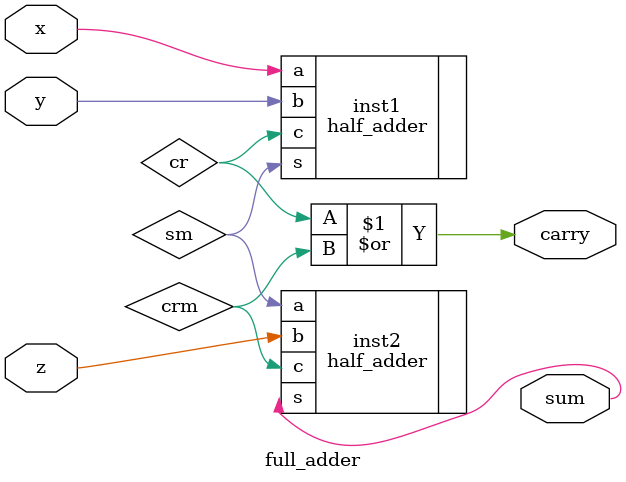
<source format=v>
`timescale 1ns / 1ps



module full_adder
(
	input 		x,
	input 		y,
	input 		z,
	output  	sum,
	output  	carry
);

wire sm;
wire cr;
wire crm;

half_adder inst1
(
.a		(x),
.b		(y),
.s		(sm),
.c		(cr)
);



half_adder inst2
(
.a		(sm),
.b		(z),
.s		(sum),
.c		(crm)
);

assign carry = cr | crm;


endmodule


</source>
